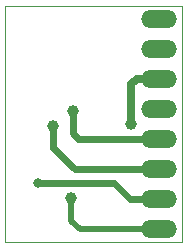
<source format=gbr>
%TF.GenerationSoftware,KiCad,Pcbnew,7.0.1*%
%TF.CreationDate,2023-08-18T01:43:33-03:00*%
%TF.ProjectId,PCB-MPU-9150,5043422d-4d50-4552-9d39-3135302e6b69,rev?*%
%TF.SameCoordinates,Original*%
%TF.FileFunction,Copper,L2,Bot*%
%TF.FilePolarity,Positive*%
%FSLAX46Y46*%
G04 Gerber Fmt 4.6, Leading zero omitted, Abs format (unit mm)*
G04 Created by KiCad (PCBNEW 7.0.1) date 2023-08-18 01:43:33*
%MOMM*%
%LPD*%
G01*
G04 APERTURE LIST*
%TA.AperFunction,ComponentPad*%
%ADD10O,3.016000X1.508000*%
%TD*%
%TA.AperFunction,ViaPad*%
%ADD11C,1.000000*%
%TD*%
%TA.AperFunction,ViaPad*%
%ADD12C,0.800000*%
%TD*%
%TA.AperFunction,Conductor*%
%ADD13C,0.700000*%
%TD*%
%TA.AperFunction,Conductor*%
%ADD14C,0.600000*%
%TD*%
%TA.AperFunction,Conductor*%
%ADD15C,0.500000*%
%TD*%
%TA.AperFunction,Profile*%
%ADD16C,0.100000*%
%TD*%
G04 APERTURE END LIST*
D10*
%TO.P,P1,1,P1*%
%TO.N,VCC*%
X167895238Y-41090000D03*
%TO.P,P1,2,P2*%
%TO.N,GND*%
X167895238Y-43630000D03*
%TO.P,P1,3,P3*%
%TO.N,/SCL*%
X167895238Y-46170000D03*
%TO.P,P1,4,P4*%
%TO.N,/SDA*%
X167895238Y-48710000D03*
%TO.P,P1,5,P5*%
%TO.N,/XDA*%
X167895238Y-51250000D03*
%TO.P,P1,6,P6*%
%TO.N,/XCL*%
X167895238Y-53790000D03*
%TO.P,P1,7,P7*%
%TO.N,/AD0*%
X167895238Y-56330000D03*
%TO.P,P1,8,P8*%
%TO.N,/INT*%
X167895238Y-58870000D03*
%TD*%
D11*
%TO.N,/SCL*%
X165575238Y-50000000D03*
%TO.N,/XDA*%
X160605238Y-48890000D03*
%TO.N,/XCL*%
X158975238Y-50150000D03*
%TO.N,/INT*%
X160500000Y-56200000D03*
D12*
%TO.N,/AD0*%
X157700000Y-54950000D03*
%TD*%
D13*
%TO.N,/SCL*%
X165575238Y-46624762D02*
X166030000Y-46170000D01*
X166030000Y-46170000D02*
X167895238Y-46170000D01*
X165575238Y-50000000D02*
X165575238Y-46624762D01*
D14*
%TO.N,/XDA*%
X160605238Y-50755238D02*
X161100000Y-51250000D01*
X160605238Y-48890000D02*
X160605238Y-50755238D01*
X161100000Y-51250000D02*
X167895238Y-51250000D01*
%TO.N,/XCL*%
X158975238Y-50150000D02*
X158975238Y-51975238D01*
X158975238Y-51975238D02*
X160790000Y-53790000D01*
X160790000Y-53790000D02*
X167895238Y-53790000D01*
D15*
%TO.N,/INT*%
X161220000Y-58870000D02*
X167895238Y-58870000D01*
X160500000Y-56200000D02*
X160500000Y-58150000D01*
X160500000Y-58150000D02*
X161220000Y-58870000D01*
D14*
%TO.N,/AD0*%
X157700000Y-54950000D02*
X164100000Y-54950000D01*
X164100000Y-54950000D02*
X165480000Y-56330000D01*
X165480000Y-56330000D02*
X167895238Y-56330000D01*
%TD*%
D16*
X154885238Y-60000000D02*
X154885238Y-40000000D01*
X169885238Y-60000000D02*
X169885238Y-40000000D01*
X154885238Y-54825000D02*
X154885238Y-45175000D01*
X154885238Y-40000000D02*
X169885238Y-40000000D01*
X154885238Y-60000000D02*
X169885238Y-60000000D01*
M02*

</source>
